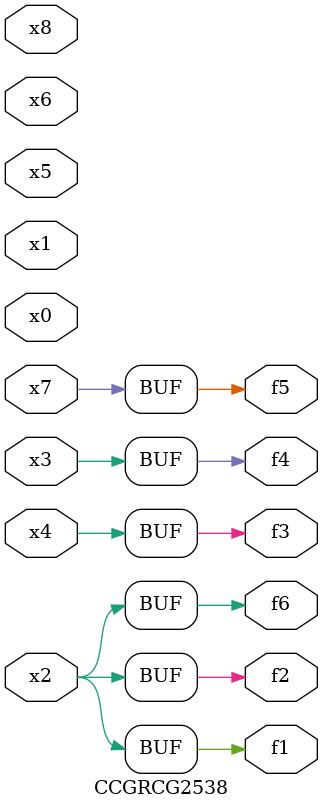
<source format=v>
module CCGRCG2538(
	input x0, x1, x2, x3, x4, x5, x6, x7, x8,
	output f1, f2, f3, f4, f5, f6
);
	assign f1 = x2;
	assign f2 = x2;
	assign f3 = x4;
	assign f4 = x3;
	assign f5 = x7;
	assign f6 = x2;
endmodule

</source>
